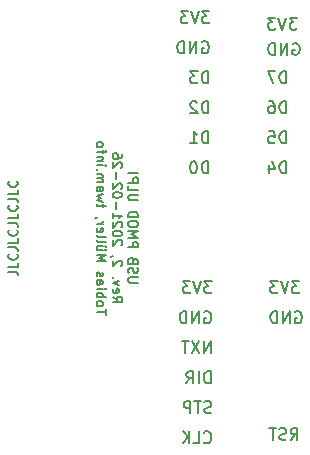
<source format=gbr>
%TF.GenerationSoftware,KiCad,Pcbnew,(5.1.9-0-10_14)*%
%TF.CreationDate,2021-02-28T11:16:04+01:00*%
%TF.ProjectId,PmodUsbUlpi,506d6f64-5573-4625-956c-70692e6b6963,1*%
%TF.SameCoordinates,Original*%
%TF.FileFunction,Legend,Bot*%
%TF.FilePolarity,Positive*%
%FSLAX46Y46*%
G04 Gerber Fmt 4.6, Leading zero omitted, Abs format (unit mm)*
G04 Created by KiCad (PCBNEW (5.1.9-0-10_14)) date 2021-02-28 11:16:04*
%MOMM*%
%LPD*%
G01*
G04 APERTURE LIST*
%ADD10C,0.150000*%
G04 APERTURE END LIST*
D10*
X154992023Y-115644761D02*
X154849166Y-115692380D01*
X154611071Y-115692380D01*
X154515833Y-115644761D01*
X154468214Y-115597142D01*
X154420595Y-115501904D01*
X154420595Y-115406666D01*
X154468214Y-115311428D01*
X154515833Y-115263809D01*
X154611071Y-115216190D01*
X154801547Y-115168571D01*
X154896785Y-115120952D01*
X154944404Y-115073333D01*
X154992023Y-114978095D01*
X154992023Y-114882857D01*
X154944404Y-114787619D01*
X154896785Y-114740000D01*
X154801547Y-114692380D01*
X154563452Y-114692380D01*
X154420595Y-114740000D01*
X154134880Y-114692380D02*
X153563452Y-114692380D01*
X153849166Y-115692380D02*
X153849166Y-114692380D01*
X153230119Y-115692380D02*
X153230119Y-114692380D01*
X152849166Y-114692380D01*
X152753928Y-114740000D01*
X152706309Y-114787619D01*
X152658690Y-114882857D01*
X152658690Y-115025714D01*
X152706309Y-115120952D01*
X152753928Y-115168571D01*
X152849166Y-115216190D01*
X153230119Y-115216190D01*
X154420595Y-107120000D02*
X154515833Y-107072380D01*
X154658690Y-107072380D01*
X154801547Y-107120000D01*
X154896785Y-107215238D01*
X154944404Y-107310476D01*
X154992023Y-107500952D01*
X154992023Y-107643809D01*
X154944404Y-107834285D01*
X154896785Y-107929523D01*
X154801547Y-108024761D01*
X154658690Y-108072380D01*
X154563452Y-108072380D01*
X154420595Y-108024761D01*
X154372976Y-107977142D01*
X154372976Y-107643809D01*
X154563452Y-107643809D01*
X153944404Y-108072380D02*
X153944404Y-107072380D01*
X153372976Y-108072380D01*
X153372976Y-107072380D01*
X152896785Y-108072380D02*
X152896785Y-107072380D01*
X152658690Y-107072380D01*
X152515833Y-107120000D01*
X152420595Y-107215238D01*
X152372976Y-107310476D01*
X152325357Y-107500952D01*
X152325357Y-107643809D01*
X152372976Y-107834285D01*
X152420595Y-107929523D01*
X152515833Y-108024761D01*
X152658690Y-108072380D01*
X152896785Y-108072380D01*
X154372976Y-118137142D02*
X154420595Y-118184761D01*
X154563452Y-118232380D01*
X154658690Y-118232380D01*
X154801547Y-118184761D01*
X154896785Y-118089523D01*
X154944404Y-117994285D01*
X154992023Y-117803809D01*
X154992023Y-117660952D01*
X154944404Y-117470476D01*
X154896785Y-117375238D01*
X154801547Y-117280000D01*
X154658690Y-117232380D01*
X154563452Y-117232380D01*
X154420595Y-117280000D01*
X154372976Y-117327619D01*
X153468214Y-118232380D02*
X153944404Y-118232380D01*
X153944404Y-117232380D01*
X153134880Y-118232380D02*
X153134880Y-117232380D01*
X152563452Y-118232380D02*
X152992023Y-117660952D01*
X152563452Y-117232380D02*
X153134880Y-117803809D01*
X154944404Y-113152380D02*
X154944404Y-112152380D01*
X154706309Y-112152380D01*
X154563452Y-112200000D01*
X154468214Y-112295238D01*
X154420595Y-112390476D01*
X154372976Y-112580952D01*
X154372976Y-112723809D01*
X154420595Y-112914285D01*
X154468214Y-113009523D01*
X154563452Y-113104761D01*
X154706309Y-113152380D01*
X154944404Y-113152380D01*
X153944404Y-113152380D02*
X153944404Y-112152380D01*
X152896785Y-113152380D02*
X153230119Y-112676190D01*
X153468214Y-113152380D02*
X153468214Y-112152380D01*
X153087261Y-112152380D01*
X152992023Y-112200000D01*
X152944404Y-112247619D01*
X152896785Y-112342857D01*
X152896785Y-112485714D01*
X152944404Y-112580952D01*
X152992023Y-112628571D01*
X153087261Y-112676190D01*
X153468214Y-112676190D01*
X162441547Y-104532380D02*
X161822500Y-104532380D01*
X162155833Y-104913333D01*
X162012976Y-104913333D01*
X161917738Y-104960952D01*
X161870119Y-105008571D01*
X161822500Y-105103809D01*
X161822500Y-105341904D01*
X161870119Y-105437142D01*
X161917738Y-105484761D01*
X162012976Y-105532380D01*
X162298690Y-105532380D01*
X162393928Y-105484761D01*
X162441547Y-105437142D01*
X161536785Y-104532380D02*
X161203452Y-105532380D01*
X160870119Y-104532380D01*
X160632023Y-104532380D02*
X160012976Y-104532380D01*
X160346309Y-104913333D01*
X160203452Y-104913333D01*
X160108214Y-104960952D01*
X160060595Y-105008571D01*
X160012976Y-105103809D01*
X160012976Y-105341904D01*
X160060595Y-105437142D01*
X160108214Y-105484761D01*
X160203452Y-105532380D01*
X160489166Y-105532380D01*
X160584404Y-105484761D01*
X160632023Y-105437142D01*
X154944404Y-110612380D02*
X154944404Y-109612380D01*
X154372976Y-110612380D01*
X154372976Y-109612380D01*
X153992023Y-109612380D02*
X153325357Y-110612380D01*
X153325357Y-109612380D02*
X153992023Y-110612380D01*
X153087261Y-109612380D02*
X152515833Y-109612380D01*
X152801547Y-110612380D02*
X152801547Y-109612380D01*
X161727261Y-117952380D02*
X162060595Y-117476190D01*
X162298690Y-117952380D02*
X162298690Y-116952380D01*
X161917738Y-116952380D01*
X161822500Y-117000000D01*
X161774880Y-117047619D01*
X161727261Y-117142857D01*
X161727261Y-117285714D01*
X161774880Y-117380952D01*
X161822500Y-117428571D01*
X161917738Y-117476190D01*
X162298690Y-117476190D01*
X161346309Y-117904761D02*
X161203452Y-117952380D01*
X160965357Y-117952380D01*
X160870119Y-117904761D01*
X160822500Y-117857142D01*
X160774880Y-117761904D01*
X160774880Y-117666666D01*
X160822500Y-117571428D01*
X160870119Y-117523809D01*
X160965357Y-117476190D01*
X161155833Y-117428571D01*
X161251071Y-117380952D01*
X161298690Y-117333333D01*
X161346309Y-117238095D01*
X161346309Y-117142857D01*
X161298690Y-117047619D01*
X161251071Y-117000000D01*
X161155833Y-116952380D01*
X160917738Y-116952380D01*
X160774880Y-117000000D01*
X160489166Y-116952380D02*
X159917738Y-116952380D01*
X160203452Y-117952380D02*
X160203452Y-116952380D01*
X162108214Y-107120000D02*
X162203452Y-107072380D01*
X162346309Y-107072380D01*
X162489166Y-107120000D01*
X162584404Y-107215238D01*
X162632023Y-107310476D01*
X162679642Y-107500952D01*
X162679642Y-107643809D01*
X162632023Y-107834285D01*
X162584404Y-107929523D01*
X162489166Y-108024761D01*
X162346309Y-108072380D01*
X162251071Y-108072380D01*
X162108214Y-108024761D01*
X162060595Y-107977142D01*
X162060595Y-107643809D01*
X162251071Y-107643809D01*
X161632023Y-108072380D02*
X161632023Y-107072380D01*
X161060595Y-108072380D01*
X161060595Y-107072380D01*
X160584404Y-108072380D02*
X160584404Y-107072380D01*
X160346309Y-107072380D01*
X160203452Y-107120000D01*
X160108214Y-107215238D01*
X160060595Y-107310476D01*
X160012976Y-107500952D01*
X160012976Y-107643809D01*
X160060595Y-107834285D01*
X160108214Y-107929523D01*
X160203452Y-108024761D01*
X160346309Y-108072380D01*
X160584404Y-108072380D01*
X155039642Y-104532380D02*
X154420595Y-104532380D01*
X154753928Y-104913333D01*
X154611071Y-104913333D01*
X154515833Y-104960952D01*
X154468214Y-105008571D01*
X154420595Y-105103809D01*
X154420595Y-105341904D01*
X154468214Y-105437142D01*
X154515833Y-105484761D01*
X154611071Y-105532380D01*
X154896785Y-105532380D01*
X154992023Y-105484761D01*
X155039642Y-105437142D01*
X154134880Y-104532380D02*
X153801547Y-105532380D01*
X153468214Y-104532380D01*
X153230119Y-104532380D02*
X152611071Y-104532380D01*
X152944404Y-104913333D01*
X152801547Y-104913333D01*
X152706309Y-104960952D01*
X152658690Y-105008571D01*
X152611071Y-105103809D01*
X152611071Y-105341904D01*
X152658690Y-105437142D01*
X152706309Y-105484761D01*
X152801547Y-105532380D01*
X153087261Y-105532380D01*
X153182500Y-105484761D01*
X153230119Y-105437142D01*
X154744404Y-87752380D02*
X154744404Y-86752380D01*
X154506309Y-86752380D01*
X154363452Y-86800000D01*
X154268214Y-86895238D01*
X154220595Y-86990476D01*
X154172976Y-87180952D01*
X154172976Y-87323809D01*
X154220595Y-87514285D01*
X154268214Y-87609523D01*
X154363452Y-87704761D01*
X154506309Y-87752380D01*
X154744404Y-87752380D01*
X153839642Y-86752380D02*
X153220595Y-86752380D01*
X153553928Y-87133333D01*
X153411071Y-87133333D01*
X153315833Y-87180952D01*
X153268214Y-87228571D01*
X153220595Y-87323809D01*
X153220595Y-87561904D01*
X153268214Y-87657142D01*
X153315833Y-87704761D01*
X153411071Y-87752380D01*
X153696785Y-87752380D01*
X153792023Y-87704761D01*
X153839642Y-87657142D01*
X154744404Y-90292380D02*
X154744404Y-89292380D01*
X154506309Y-89292380D01*
X154363452Y-89340000D01*
X154268214Y-89435238D01*
X154220595Y-89530476D01*
X154172976Y-89720952D01*
X154172976Y-89863809D01*
X154220595Y-90054285D01*
X154268214Y-90149523D01*
X154363452Y-90244761D01*
X154506309Y-90292380D01*
X154744404Y-90292380D01*
X153792023Y-89387619D02*
X153744404Y-89340000D01*
X153649166Y-89292380D01*
X153411071Y-89292380D01*
X153315833Y-89340000D01*
X153268214Y-89387619D01*
X153220595Y-89482857D01*
X153220595Y-89578095D01*
X153268214Y-89720952D01*
X153839642Y-90292380D01*
X153220595Y-90292380D01*
X154744404Y-92832380D02*
X154744404Y-91832380D01*
X154506309Y-91832380D01*
X154363452Y-91880000D01*
X154268214Y-91975238D01*
X154220595Y-92070476D01*
X154172976Y-92260952D01*
X154172976Y-92403809D01*
X154220595Y-92594285D01*
X154268214Y-92689523D01*
X154363452Y-92784761D01*
X154506309Y-92832380D01*
X154744404Y-92832380D01*
X153220595Y-92832380D02*
X153792023Y-92832380D01*
X153506309Y-92832380D02*
X153506309Y-91832380D01*
X153601547Y-91975238D01*
X153696785Y-92070476D01*
X153792023Y-92118095D01*
X154744404Y-95372380D02*
X154744404Y-94372380D01*
X154506309Y-94372380D01*
X154363452Y-94420000D01*
X154268214Y-94515238D01*
X154220595Y-94610476D01*
X154172976Y-94800952D01*
X154172976Y-94943809D01*
X154220595Y-95134285D01*
X154268214Y-95229523D01*
X154363452Y-95324761D01*
X154506309Y-95372380D01*
X154744404Y-95372380D01*
X153553928Y-94372380D02*
X153458690Y-94372380D01*
X153363452Y-94420000D01*
X153315833Y-94467619D01*
X153268214Y-94562857D01*
X153220595Y-94753333D01*
X153220595Y-94991428D01*
X153268214Y-95181904D01*
X153315833Y-95277142D01*
X153363452Y-95324761D01*
X153458690Y-95372380D01*
X153553928Y-95372380D01*
X153649166Y-95324761D01*
X153696785Y-95277142D01*
X153744404Y-95181904D01*
X153792023Y-94991428D01*
X153792023Y-94753333D01*
X153744404Y-94562857D01*
X153696785Y-94467619D01*
X153649166Y-94420000D01*
X153553928Y-94372380D01*
X154220595Y-84260000D02*
X154315833Y-84212380D01*
X154458690Y-84212380D01*
X154601547Y-84260000D01*
X154696785Y-84355238D01*
X154744404Y-84450476D01*
X154792023Y-84640952D01*
X154792023Y-84783809D01*
X154744404Y-84974285D01*
X154696785Y-85069523D01*
X154601547Y-85164761D01*
X154458690Y-85212380D01*
X154363452Y-85212380D01*
X154220595Y-85164761D01*
X154172976Y-85117142D01*
X154172976Y-84783809D01*
X154363452Y-84783809D01*
X153744404Y-85212380D02*
X153744404Y-84212380D01*
X153172976Y-85212380D01*
X153172976Y-84212380D01*
X152696785Y-85212380D02*
X152696785Y-84212380D01*
X152458690Y-84212380D01*
X152315833Y-84260000D01*
X152220595Y-84355238D01*
X152172976Y-84450476D01*
X152125357Y-84640952D01*
X152125357Y-84783809D01*
X152172976Y-84974285D01*
X152220595Y-85069523D01*
X152315833Y-85164761D01*
X152458690Y-85212380D01*
X152696785Y-85212380D01*
X154839642Y-81672380D02*
X154220595Y-81672380D01*
X154553928Y-82053333D01*
X154411071Y-82053333D01*
X154315833Y-82100952D01*
X154268214Y-82148571D01*
X154220595Y-82243809D01*
X154220595Y-82481904D01*
X154268214Y-82577142D01*
X154315833Y-82624761D01*
X154411071Y-82672380D01*
X154696785Y-82672380D01*
X154792023Y-82624761D01*
X154839642Y-82577142D01*
X153934880Y-81672380D02*
X153601547Y-82672380D01*
X153268214Y-81672380D01*
X153030119Y-81672380D02*
X152411071Y-81672380D01*
X152744404Y-82053333D01*
X152601547Y-82053333D01*
X152506309Y-82100952D01*
X152458690Y-82148571D01*
X152411071Y-82243809D01*
X152411071Y-82481904D01*
X152458690Y-82577142D01*
X152506309Y-82624761D01*
X152601547Y-82672380D01*
X152887261Y-82672380D01*
X152982500Y-82624761D01*
X153030119Y-82577142D01*
X161336785Y-95372380D02*
X161336785Y-94372380D01*
X161098690Y-94372380D01*
X160955833Y-94420000D01*
X160860595Y-94515238D01*
X160812976Y-94610476D01*
X160765357Y-94800952D01*
X160765357Y-94943809D01*
X160812976Y-95134285D01*
X160860595Y-95229523D01*
X160955833Y-95324761D01*
X161098690Y-95372380D01*
X161336785Y-95372380D01*
X159908214Y-94705714D02*
X159908214Y-95372380D01*
X160146309Y-94324761D02*
X160384404Y-95039047D01*
X159765357Y-95039047D01*
X161336785Y-92832380D02*
X161336785Y-91832380D01*
X161098690Y-91832380D01*
X160955833Y-91880000D01*
X160860595Y-91975238D01*
X160812976Y-92070476D01*
X160765357Y-92260952D01*
X160765357Y-92403809D01*
X160812976Y-92594285D01*
X160860595Y-92689523D01*
X160955833Y-92784761D01*
X161098690Y-92832380D01*
X161336785Y-92832380D01*
X159860595Y-91832380D02*
X160336785Y-91832380D01*
X160384404Y-92308571D01*
X160336785Y-92260952D01*
X160241547Y-92213333D01*
X160003452Y-92213333D01*
X159908214Y-92260952D01*
X159860595Y-92308571D01*
X159812976Y-92403809D01*
X159812976Y-92641904D01*
X159860595Y-92737142D01*
X159908214Y-92784761D01*
X160003452Y-92832380D01*
X160241547Y-92832380D01*
X160336785Y-92784761D01*
X160384404Y-92737142D01*
X161336785Y-90292380D02*
X161336785Y-89292380D01*
X161098690Y-89292380D01*
X160955833Y-89340000D01*
X160860595Y-89435238D01*
X160812976Y-89530476D01*
X160765357Y-89720952D01*
X160765357Y-89863809D01*
X160812976Y-90054285D01*
X160860595Y-90149523D01*
X160955833Y-90244761D01*
X161098690Y-90292380D01*
X161336785Y-90292380D01*
X159908214Y-89292380D02*
X160098690Y-89292380D01*
X160193928Y-89340000D01*
X160241547Y-89387619D01*
X160336785Y-89530476D01*
X160384404Y-89720952D01*
X160384404Y-90101904D01*
X160336785Y-90197142D01*
X160289166Y-90244761D01*
X160193928Y-90292380D01*
X160003452Y-90292380D01*
X159908214Y-90244761D01*
X159860595Y-90197142D01*
X159812976Y-90101904D01*
X159812976Y-89863809D01*
X159860595Y-89768571D01*
X159908214Y-89720952D01*
X160003452Y-89673333D01*
X160193928Y-89673333D01*
X160289166Y-89720952D01*
X160336785Y-89768571D01*
X160384404Y-89863809D01*
X162241547Y-82202380D02*
X161622500Y-82202380D01*
X161955833Y-82583333D01*
X161812976Y-82583333D01*
X161717738Y-82630952D01*
X161670119Y-82678571D01*
X161622500Y-82773809D01*
X161622500Y-83011904D01*
X161670119Y-83107142D01*
X161717738Y-83154761D01*
X161812976Y-83202380D01*
X162098690Y-83202380D01*
X162193928Y-83154761D01*
X162241547Y-83107142D01*
X161336785Y-82202380D02*
X161003452Y-83202380D01*
X160670119Y-82202380D01*
X160432023Y-82202380D02*
X159812976Y-82202380D01*
X160146309Y-82583333D01*
X160003452Y-82583333D01*
X159908214Y-82630952D01*
X159860595Y-82678571D01*
X159812976Y-82773809D01*
X159812976Y-83011904D01*
X159860595Y-83107142D01*
X159908214Y-83154761D01*
X160003452Y-83202380D01*
X160289166Y-83202380D01*
X160384404Y-83154761D01*
X160432023Y-83107142D01*
X161336785Y-87752380D02*
X161336785Y-86752380D01*
X161098690Y-86752380D01*
X160955833Y-86800000D01*
X160860595Y-86895238D01*
X160812976Y-86990476D01*
X160765357Y-87180952D01*
X160765357Y-87323809D01*
X160812976Y-87514285D01*
X160860595Y-87609523D01*
X160955833Y-87704761D01*
X161098690Y-87752380D01*
X161336785Y-87752380D01*
X160432023Y-86752380D02*
X159765357Y-86752380D01*
X160193928Y-87752380D01*
X161908214Y-84387000D02*
X162003452Y-84339380D01*
X162146309Y-84339380D01*
X162289166Y-84387000D01*
X162384404Y-84482238D01*
X162432023Y-84577476D01*
X162479642Y-84767952D01*
X162479642Y-84910809D01*
X162432023Y-85101285D01*
X162384404Y-85196523D01*
X162289166Y-85291761D01*
X162146309Y-85339380D01*
X162051071Y-85339380D01*
X161908214Y-85291761D01*
X161860595Y-85244142D01*
X161860595Y-84910809D01*
X162051071Y-84910809D01*
X161432023Y-85339380D02*
X161432023Y-84339380D01*
X160860595Y-85339380D01*
X160860595Y-84339380D01*
X160384404Y-85339380D02*
X160384404Y-84339380D01*
X160146309Y-84339380D01*
X160003452Y-84387000D01*
X159908214Y-84482238D01*
X159860595Y-84577476D01*
X159812976Y-84767952D01*
X159812976Y-84910809D01*
X159860595Y-85101285D01*
X159908214Y-85196523D01*
X160003452Y-85291761D01*
X160146309Y-85339380D01*
X160384404Y-85339380D01*
X148788095Y-104628571D02*
X148140476Y-104628571D01*
X148064285Y-104590476D01*
X148026190Y-104552380D01*
X147988095Y-104476190D01*
X147988095Y-104323809D01*
X148026190Y-104247619D01*
X148064285Y-104209523D01*
X148140476Y-104171428D01*
X148788095Y-104171428D01*
X148026190Y-103828571D02*
X147988095Y-103714285D01*
X147988095Y-103523809D01*
X148026190Y-103447619D01*
X148064285Y-103409523D01*
X148140476Y-103371428D01*
X148216666Y-103371428D01*
X148292857Y-103409523D01*
X148330952Y-103447619D01*
X148369047Y-103523809D01*
X148407142Y-103676190D01*
X148445238Y-103752380D01*
X148483333Y-103790476D01*
X148559523Y-103828571D01*
X148635714Y-103828571D01*
X148711904Y-103790476D01*
X148750000Y-103752380D01*
X148788095Y-103676190D01*
X148788095Y-103485714D01*
X148750000Y-103371428D01*
X148407142Y-102761904D02*
X148369047Y-102647619D01*
X148330952Y-102609523D01*
X148254761Y-102571428D01*
X148140476Y-102571428D01*
X148064285Y-102609523D01*
X148026190Y-102647619D01*
X147988095Y-102723809D01*
X147988095Y-103028571D01*
X148788095Y-103028571D01*
X148788095Y-102761904D01*
X148750000Y-102685714D01*
X148711904Y-102647619D01*
X148635714Y-102609523D01*
X148559523Y-102609523D01*
X148483333Y-102647619D01*
X148445238Y-102685714D01*
X148407142Y-102761904D01*
X148407142Y-103028571D01*
X147988095Y-101619047D02*
X148788095Y-101619047D01*
X148788095Y-101314285D01*
X148750000Y-101238095D01*
X148711904Y-101200000D01*
X148635714Y-101161904D01*
X148521428Y-101161904D01*
X148445238Y-101200000D01*
X148407142Y-101238095D01*
X148369047Y-101314285D01*
X148369047Y-101619047D01*
X147988095Y-100819047D02*
X148788095Y-100819047D01*
X148216666Y-100552380D01*
X148788095Y-100285714D01*
X147988095Y-100285714D01*
X148788095Y-99752380D02*
X148788095Y-99600000D01*
X148750000Y-99523809D01*
X148673809Y-99447619D01*
X148521428Y-99409523D01*
X148254761Y-99409523D01*
X148102380Y-99447619D01*
X148026190Y-99523809D01*
X147988095Y-99600000D01*
X147988095Y-99752380D01*
X148026190Y-99828571D01*
X148102380Y-99904761D01*
X148254761Y-99942857D01*
X148521428Y-99942857D01*
X148673809Y-99904761D01*
X148750000Y-99828571D01*
X148788095Y-99752380D01*
X147988095Y-99066666D02*
X148788095Y-99066666D01*
X148788095Y-98876190D01*
X148750000Y-98761904D01*
X148673809Y-98685714D01*
X148597619Y-98647619D01*
X148445238Y-98609523D01*
X148330952Y-98609523D01*
X148178571Y-98647619D01*
X148102380Y-98685714D01*
X148026190Y-98761904D01*
X147988095Y-98876190D01*
X147988095Y-99066666D01*
X148788095Y-97657142D02*
X148140476Y-97657142D01*
X148064285Y-97619047D01*
X148026190Y-97580952D01*
X147988095Y-97504761D01*
X147988095Y-97352380D01*
X148026190Y-97276190D01*
X148064285Y-97238095D01*
X148140476Y-97200000D01*
X148788095Y-97200000D01*
X147988095Y-96438095D02*
X147988095Y-96819047D01*
X148788095Y-96819047D01*
X147988095Y-96171428D02*
X148788095Y-96171428D01*
X148788095Y-95866666D01*
X148750000Y-95790476D01*
X148711904Y-95752380D01*
X148635714Y-95714285D01*
X148521428Y-95714285D01*
X148445238Y-95752380D01*
X148407142Y-95790476D01*
X148369047Y-95866666D01*
X148369047Y-96171428D01*
X147988095Y-95371428D02*
X148788095Y-95371428D01*
X146638095Y-105809523D02*
X147019047Y-106076190D01*
X146638095Y-106266666D02*
X147438095Y-106266666D01*
X147438095Y-105961904D01*
X147400000Y-105885714D01*
X147361904Y-105847619D01*
X147285714Y-105809523D01*
X147171428Y-105809523D01*
X147095238Y-105847619D01*
X147057142Y-105885714D01*
X147019047Y-105961904D01*
X147019047Y-106266666D01*
X146676190Y-105161904D02*
X146638095Y-105238095D01*
X146638095Y-105390476D01*
X146676190Y-105466666D01*
X146752380Y-105504761D01*
X147057142Y-105504761D01*
X147133333Y-105466666D01*
X147171428Y-105390476D01*
X147171428Y-105238095D01*
X147133333Y-105161904D01*
X147057142Y-105123809D01*
X146980952Y-105123809D01*
X146904761Y-105504761D01*
X147171428Y-104857142D02*
X146638095Y-104666666D01*
X147171428Y-104476190D01*
X146714285Y-104171428D02*
X146676190Y-104133333D01*
X146638095Y-104171428D01*
X146676190Y-104209523D01*
X146714285Y-104171428D01*
X146638095Y-104171428D01*
X147361904Y-103219047D02*
X147400000Y-103180952D01*
X147438095Y-103104761D01*
X147438095Y-102914285D01*
X147400000Y-102838095D01*
X147361904Y-102800000D01*
X147285714Y-102761904D01*
X147209523Y-102761904D01*
X147095238Y-102800000D01*
X146638095Y-103257142D01*
X146638095Y-102761904D01*
X146676190Y-102380952D02*
X146638095Y-102380952D01*
X146561904Y-102419047D01*
X146523809Y-102457142D01*
X147361904Y-101466666D02*
X147400000Y-101428571D01*
X147438095Y-101352380D01*
X147438095Y-101161904D01*
X147400000Y-101085714D01*
X147361904Y-101047619D01*
X147285714Y-101009523D01*
X147209523Y-101009523D01*
X147095238Y-101047619D01*
X146638095Y-101504761D01*
X146638095Y-101009523D01*
X147438095Y-100514285D02*
X147438095Y-100438095D01*
X147400000Y-100361904D01*
X147361904Y-100323809D01*
X147285714Y-100285714D01*
X147133333Y-100247619D01*
X146942857Y-100247619D01*
X146790476Y-100285714D01*
X146714285Y-100323809D01*
X146676190Y-100361904D01*
X146638095Y-100438095D01*
X146638095Y-100514285D01*
X146676190Y-100590476D01*
X146714285Y-100628571D01*
X146790476Y-100666666D01*
X146942857Y-100704761D01*
X147133333Y-100704761D01*
X147285714Y-100666666D01*
X147361904Y-100628571D01*
X147400000Y-100590476D01*
X147438095Y-100514285D01*
X147361904Y-99942857D02*
X147400000Y-99904761D01*
X147438095Y-99828571D01*
X147438095Y-99638095D01*
X147400000Y-99561904D01*
X147361904Y-99523809D01*
X147285714Y-99485714D01*
X147209523Y-99485714D01*
X147095238Y-99523809D01*
X146638095Y-99980952D01*
X146638095Y-99485714D01*
X146638095Y-98723809D02*
X146638095Y-99180952D01*
X146638095Y-98952380D02*
X147438095Y-98952380D01*
X147323809Y-99028571D01*
X147247619Y-99104761D01*
X147209523Y-99180952D01*
X146942857Y-98380952D02*
X146942857Y-97771428D01*
X147438095Y-97238095D02*
X147438095Y-97161904D01*
X147400000Y-97085714D01*
X147361904Y-97047619D01*
X147285714Y-97009523D01*
X147133333Y-96971428D01*
X146942857Y-96971428D01*
X146790476Y-97009523D01*
X146714285Y-97047619D01*
X146676190Y-97085714D01*
X146638095Y-97161904D01*
X146638095Y-97238095D01*
X146676190Y-97314285D01*
X146714285Y-97352380D01*
X146790476Y-97390476D01*
X146942857Y-97428571D01*
X147133333Y-97428571D01*
X147285714Y-97390476D01*
X147361904Y-97352380D01*
X147400000Y-97314285D01*
X147438095Y-97238095D01*
X147361904Y-96666666D02*
X147400000Y-96628571D01*
X147438095Y-96552380D01*
X147438095Y-96361904D01*
X147400000Y-96285714D01*
X147361904Y-96247619D01*
X147285714Y-96209523D01*
X147209523Y-96209523D01*
X147095238Y-96247619D01*
X146638095Y-96704761D01*
X146638095Y-96209523D01*
X146942857Y-95866666D02*
X146942857Y-95257142D01*
X147361904Y-94914285D02*
X147400000Y-94876190D01*
X147438095Y-94800000D01*
X147438095Y-94609523D01*
X147400000Y-94533333D01*
X147361904Y-94495238D01*
X147285714Y-94457142D01*
X147209523Y-94457142D01*
X147095238Y-94495238D01*
X146638095Y-94952380D01*
X146638095Y-94457142D01*
X147438095Y-93771428D02*
X147438095Y-93923809D01*
X147400000Y-94000000D01*
X147361904Y-94038095D01*
X147247619Y-94114285D01*
X147095238Y-94152380D01*
X146790476Y-94152380D01*
X146714285Y-94114285D01*
X146676190Y-94076190D01*
X146638095Y-94000000D01*
X146638095Y-93847619D01*
X146676190Y-93771428D01*
X146714285Y-93733333D01*
X146790476Y-93695238D01*
X146980952Y-93695238D01*
X147057142Y-93733333D01*
X147095238Y-93771428D01*
X147133333Y-93847619D01*
X147133333Y-94000000D01*
X147095238Y-94076190D01*
X147057142Y-94114285D01*
X146980952Y-94152380D01*
X146088095Y-107333333D02*
X146088095Y-106876190D01*
X145288095Y-107104761D02*
X146088095Y-107104761D01*
X145288095Y-106495238D02*
X145326190Y-106571428D01*
X145364285Y-106609523D01*
X145440476Y-106647619D01*
X145669047Y-106647619D01*
X145745238Y-106609523D01*
X145783333Y-106571428D01*
X145821428Y-106495238D01*
X145821428Y-106380952D01*
X145783333Y-106304761D01*
X145745238Y-106266666D01*
X145669047Y-106228571D01*
X145440476Y-106228571D01*
X145364285Y-106266666D01*
X145326190Y-106304761D01*
X145288095Y-106380952D01*
X145288095Y-106495238D01*
X145288095Y-105885714D02*
X146088095Y-105885714D01*
X145783333Y-105885714D02*
X145821428Y-105809523D01*
X145821428Y-105657142D01*
X145783333Y-105580952D01*
X145745238Y-105542857D01*
X145669047Y-105504761D01*
X145440476Y-105504761D01*
X145364285Y-105542857D01*
X145326190Y-105580952D01*
X145288095Y-105657142D01*
X145288095Y-105809523D01*
X145326190Y-105885714D01*
X145288095Y-105161904D02*
X145821428Y-105161904D01*
X146088095Y-105161904D02*
X146050000Y-105200000D01*
X146011904Y-105161904D01*
X146050000Y-105123809D01*
X146088095Y-105161904D01*
X146011904Y-105161904D01*
X145288095Y-104438095D02*
X145707142Y-104438095D01*
X145783333Y-104476190D01*
X145821428Y-104552380D01*
X145821428Y-104704761D01*
X145783333Y-104780952D01*
X145326190Y-104438095D02*
X145288095Y-104514285D01*
X145288095Y-104704761D01*
X145326190Y-104780952D01*
X145402380Y-104819047D01*
X145478571Y-104819047D01*
X145554761Y-104780952D01*
X145592857Y-104704761D01*
X145592857Y-104514285D01*
X145630952Y-104438095D01*
X145326190Y-104095238D02*
X145288095Y-104019047D01*
X145288095Y-103866666D01*
X145326190Y-103790476D01*
X145402380Y-103752380D01*
X145440476Y-103752380D01*
X145516666Y-103790476D01*
X145554761Y-103866666D01*
X145554761Y-103980952D01*
X145592857Y-104057142D01*
X145669047Y-104095238D01*
X145707142Y-104095238D01*
X145783333Y-104057142D01*
X145821428Y-103980952D01*
X145821428Y-103866666D01*
X145783333Y-103790476D01*
X145288095Y-102800000D02*
X146088095Y-102800000D01*
X145516666Y-102533333D01*
X146088095Y-102266666D01*
X145288095Y-102266666D01*
X145821428Y-101542857D02*
X145288095Y-101542857D01*
X145821428Y-101885714D02*
X145402380Y-101885714D01*
X145326190Y-101847619D01*
X145288095Y-101771428D01*
X145288095Y-101657142D01*
X145326190Y-101580952D01*
X145364285Y-101542857D01*
X146088095Y-101847619D02*
X146050000Y-101809523D01*
X146011904Y-101847619D01*
X146050000Y-101885714D01*
X146088095Y-101847619D01*
X146011904Y-101847619D01*
X146088095Y-101542857D02*
X146050000Y-101504761D01*
X146011904Y-101542857D01*
X146050000Y-101580952D01*
X146088095Y-101542857D01*
X146011904Y-101542857D01*
X145288095Y-101047619D02*
X145326190Y-101123809D01*
X145402380Y-101161904D01*
X146088095Y-101161904D01*
X145288095Y-100628571D02*
X145326190Y-100704761D01*
X145402380Y-100742857D01*
X146088095Y-100742857D01*
X145326190Y-100019047D02*
X145288095Y-100095238D01*
X145288095Y-100247619D01*
X145326190Y-100323809D01*
X145402380Y-100361904D01*
X145707142Y-100361904D01*
X145783333Y-100323809D01*
X145821428Y-100247619D01*
X145821428Y-100095238D01*
X145783333Y-100019047D01*
X145707142Y-99980952D01*
X145630952Y-99980952D01*
X145554761Y-100361904D01*
X145288095Y-99638095D02*
X145821428Y-99638095D01*
X145669047Y-99638095D02*
X145745238Y-99600000D01*
X145783333Y-99561904D01*
X145821428Y-99485714D01*
X145821428Y-99409523D01*
X145326190Y-99104761D02*
X145288095Y-99104761D01*
X145211904Y-99142857D01*
X145173809Y-99180952D01*
X145821428Y-98266666D02*
X145821428Y-97961904D01*
X146088095Y-98152380D02*
X145402380Y-98152380D01*
X145326190Y-98114285D01*
X145288095Y-98038095D01*
X145288095Y-97961904D01*
X145821428Y-97771428D02*
X145288095Y-97619047D01*
X145669047Y-97466666D01*
X145288095Y-97314285D01*
X145821428Y-97161904D01*
X145288095Y-96514285D02*
X145707142Y-96514285D01*
X145783333Y-96552380D01*
X145821428Y-96628571D01*
X145821428Y-96780952D01*
X145783333Y-96857142D01*
X145326190Y-96514285D02*
X145288095Y-96590476D01*
X145288095Y-96780952D01*
X145326190Y-96857142D01*
X145402380Y-96895238D01*
X145478571Y-96895238D01*
X145554761Y-96857142D01*
X145592857Y-96780952D01*
X145592857Y-96590476D01*
X145630952Y-96514285D01*
X145288095Y-96133333D02*
X145821428Y-96133333D01*
X145745238Y-96133333D02*
X145783333Y-96095238D01*
X145821428Y-96019047D01*
X145821428Y-95904761D01*
X145783333Y-95828571D01*
X145707142Y-95790476D01*
X145288095Y-95790476D01*
X145707142Y-95790476D02*
X145783333Y-95752380D01*
X145821428Y-95676190D01*
X145821428Y-95561904D01*
X145783333Y-95485714D01*
X145707142Y-95447619D01*
X145288095Y-95447619D01*
X145364285Y-95066666D02*
X145326190Y-95028571D01*
X145288095Y-95066666D01*
X145326190Y-95104761D01*
X145364285Y-95066666D01*
X145288095Y-95066666D01*
X145288095Y-94685714D02*
X145821428Y-94685714D01*
X146088095Y-94685714D02*
X146050000Y-94723809D01*
X146011904Y-94685714D01*
X146050000Y-94647619D01*
X146088095Y-94685714D01*
X146011904Y-94685714D01*
X145821428Y-94304761D02*
X145288095Y-94304761D01*
X145745238Y-94304761D02*
X145783333Y-94266666D01*
X145821428Y-94190476D01*
X145821428Y-94076190D01*
X145783333Y-94000000D01*
X145707142Y-93961904D01*
X145288095Y-93961904D01*
X145821428Y-93695238D02*
X145821428Y-93390476D01*
X145288095Y-93580952D02*
X145973809Y-93580952D01*
X146050000Y-93542857D01*
X146088095Y-93466666D01*
X146088095Y-93390476D01*
X145288095Y-93009523D02*
X145326190Y-93085714D01*
X145364285Y-93123809D01*
X145440476Y-93161904D01*
X145669047Y-93161904D01*
X145745238Y-93123809D01*
X145783333Y-93085714D01*
X145821428Y-93009523D01*
X145821428Y-92895238D01*
X145783333Y-92819047D01*
X145745238Y-92780952D01*
X145669047Y-92742857D01*
X145440476Y-92742857D01*
X145364285Y-92780952D01*
X145326190Y-92819047D01*
X145288095Y-92895238D01*
X145288095Y-93009523D01*
X137811904Y-103695238D02*
X138383333Y-103695238D01*
X138497619Y-103733333D01*
X138573809Y-103809523D01*
X138611904Y-103923809D01*
X138611904Y-104000000D01*
X138611904Y-102933333D02*
X138611904Y-103314285D01*
X137811904Y-103314285D01*
X138535714Y-102209523D02*
X138573809Y-102247619D01*
X138611904Y-102361904D01*
X138611904Y-102438095D01*
X138573809Y-102552380D01*
X138497619Y-102628571D01*
X138421428Y-102666666D01*
X138269047Y-102704761D01*
X138154761Y-102704761D01*
X138002380Y-102666666D01*
X137926190Y-102628571D01*
X137850000Y-102552380D01*
X137811904Y-102438095D01*
X137811904Y-102361904D01*
X137850000Y-102247619D01*
X137888095Y-102209523D01*
X137811904Y-101638095D02*
X138383333Y-101638095D01*
X138497619Y-101676190D01*
X138573809Y-101752380D01*
X138611904Y-101866666D01*
X138611904Y-101942857D01*
X138611904Y-100876190D02*
X138611904Y-101257142D01*
X137811904Y-101257142D01*
X138535714Y-100152380D02*
X138573809Y-100190476D01*
X138611904Y-100304761D01*
X138611904Y-100380952D01*
X138573809Y-100495238D01*
X138497619Y-100571428D01*
X138421428Y-100609523D01*
X138269047Y-100647619D01*
X138154761Y-100647619D01*
X138002380Y-100609523D01*
X137926190Y-100571428D01*
X137850000Y-100495238D01*
X137811904Y-100380952D01*
X137811904Y-100304761D01*
X137850000Y-100190476D01*
X137888095Y-100152380D01*
X137811904Y-99580952D02*
X138383333Y-99580952D01*
X138497619Y-99619047D01*
X138573809Y-99695238D01*
X138611904Y-99809523D01*
X138611904Y-99885714D01*
X138611904Y-98819047D02*
X138611904Y-99200000D01*
X137811904Y-99200000D01*
X138535714Y-98095238D02*
X138573809Y-98133333D01*
X138611904Y-98247619D01*
X138611904Y-98323809D01*
X138573809Y-98438095D01*
X138497619Y-98514285D01*
X138421428Y-98552380D01*
X138269047Y-98590476D01*
X138154761Y-98590476D01*
X138002380Y-98552380D01*
X137926190Y-98514285D01*
X137850000Y-98438095D01*
X137811904Y-98323809D01*
X137811904Y-98247619D01*
X137850000Y-98133333D01*
X137888095Y-98095238D01*
X137811904Y-97523809D02*
X138383333Y-97523809D01*
X138497619Y-97561904D01*
X138573809Y-97638095D01*
X138611904Y-97752380D01*
X138611904Y-97828571D01*
X138611904Y-96761904D02*
X138611904Y-97142857D01*
X137811904Y-97142857D01*
X138535714Y-96038095D02*
X138573809Y-96076190D01*
X138611904Y-96190476D01*
X138611904Y-96266666D01*
X138573809Y-96380952D01*
X138497619Y-96457142D01*
X138421428Y-96495238D01*
X138269047Y-96533333D01*
X138154761Y-96533333D01*
X138002380Y-96495238D01*
X137926190Y-96457142D01*
X137850000Y-96380952D01*
X137811904Y-96266666D01*
X137811904Y-96190476D01*
X137850000Y-96076190D01*
X137888095Y-96038095D01*
M02*

</source>
